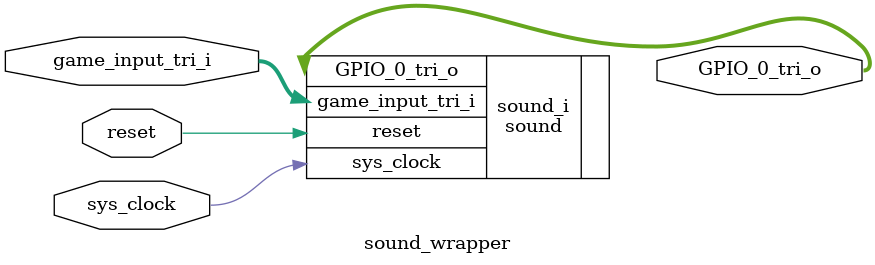
<source format=v>
`timescale 1 ps / 1 ps

module sound_wrapper
   (GPIO_0_tri_o,
    game_input_tri_i,
    reset,
    sys_clock);
  output [1:0]GPIO_0_tri_o;
  input [31:0]game_input_tri_i;
  input reset;
  input sys_clock;

  wire [1:0]GPIO_0_tri_o;
  wire [31:0]game_input_tri_i;
  wire reset;
  wire sys_clock;

  sound sound_i
       (.GPIO_0_tri_o(GPIO_0_tri_o),
        .game_input_tri_i(game_input_tri_i),
        .reset(reset),
        .sys_clock(sys_clock));
endmodule

</source>
